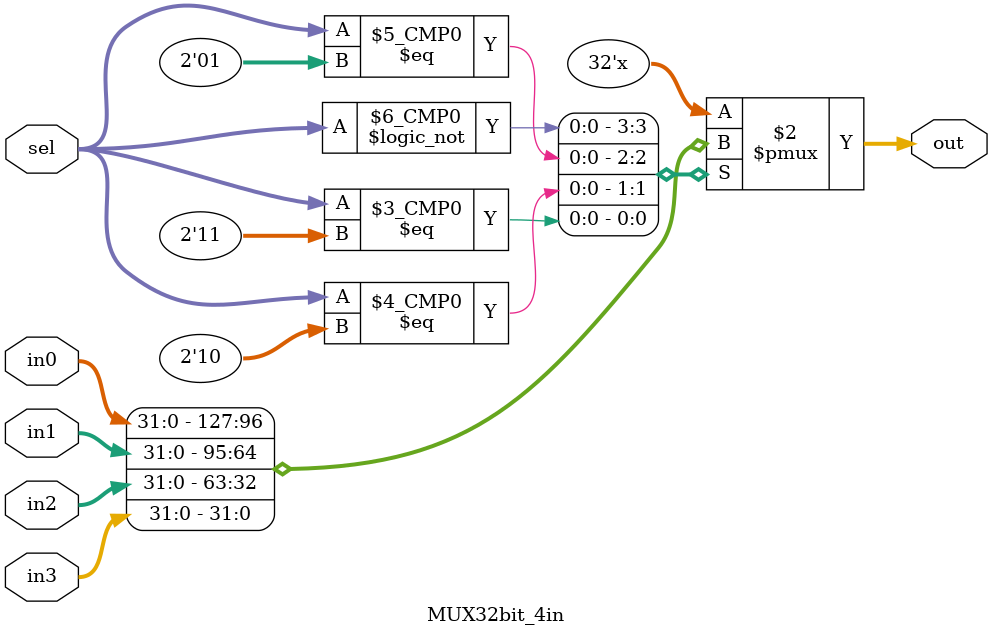
<source format=v>
module MUX32bit_4in
(
    input [1:0] sel,
    input [31:0] in0,
    input [31:0] in1,
    input [31:0] in2,
    input [31:0] in3,
    output reg [31:0] out
);

always @(*) begin
    case(sel)
        2'b00: out <= in0;
        2'b01: out <= in1;
        2'b10: out <= in2;
        2'b11: out <= in3;
        default:out <= 0;
    endcase
end

endmodule
</source>
